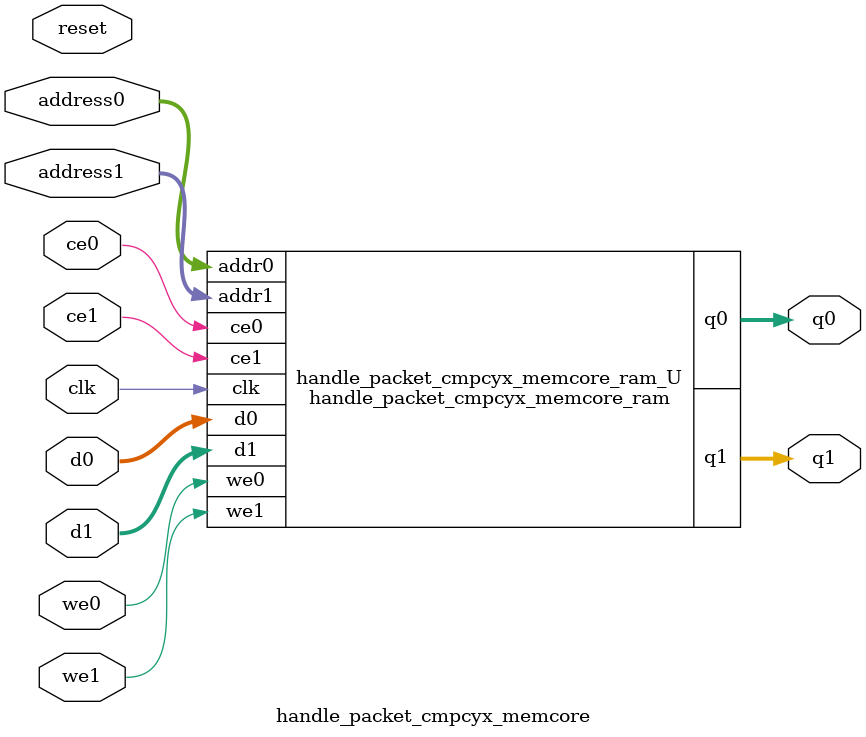
<source format=v>

`timescale 1 ns / 1 ps
module handle_packet_cmpcyx_memcore_ram (addr0, ce0, d0, we0, q0, addr1, ce1, d1, we1, q1,  clk);

parameter DWIDTH = 10;
parameter AWIDTH = 7;
parameter MEM_SIZE = 128;

input[AWIDTH-1:0] addr0;
input ce0;
input[DWIDTH-1:0] d0;
input we0;
output reg[DWIDTH-1:0] q0;
input[AWIDTH-1:0] addr1;
input ce1;
input[DWIDTH-1:0] d1;
input we1;
output reg[DWIDTH-1:0] q1;
input clk;

(* ram_style = "block" *)reg [DWIDTH-1:0] ram[0:MEM_SIZE-1];




always @(posedge clk)  
begin 
    if (ce0) 
    begin
        if (we0) 
        begin 
            ram[addr0] <= d0; 
            q0 <= d0;
        end 
        else 
            q0 <= ram[addr0];
    end
end


always @(posedge clk)  
begin 
    if (ce1) 
    begin
        if (we1) 
        begin 
            ram[addr1] <= d1; 
            q1 <= d1;
        end 
        else 
            q1 <= ram[addr1];
    end
end


endmodule


`timescale 1 ns / 1 ps
module handle_packet_cmpcyx_memcore(
    reset,
    clk,
    address0,
    ce0,
    we0,
    d0,
    q0,
    address1,
    ce1,
    we1,
    d1,
    q1);

parameter DataWidth = 32'd10;
parameter AddressRange = 32'd128;
parameter AddressWidth = 32'd7;
input reset;
input clk;
input[AddressWidth - 1:0] address0;
input ce0;
input we0;
input[DataWidth - 1:0] d0;
output[DataWidth - 1:0] q0;
input[AddressWidth - 1:0] address1;
input ce1;
input we1;
input[DataWidth - 1:0] d1;
output[DataWidth - 1:0] q1;



handle_packet_cmpcyx_memcore_ram handle_packet_cmpcyx_memcore_ram_U(
    .clk( clk ),
    .addr0( address0 ),
    .ce0( ce0 ),
    .d0( d0 ),
    .we0( we0 ),
    .q0( q0 ),
    .addr1( address1 ),
    .ce1( ce1 ),
    .d1( d1 ),
    .we1( we1 ),
    .q1( q1 ));

endmodule


</source>
